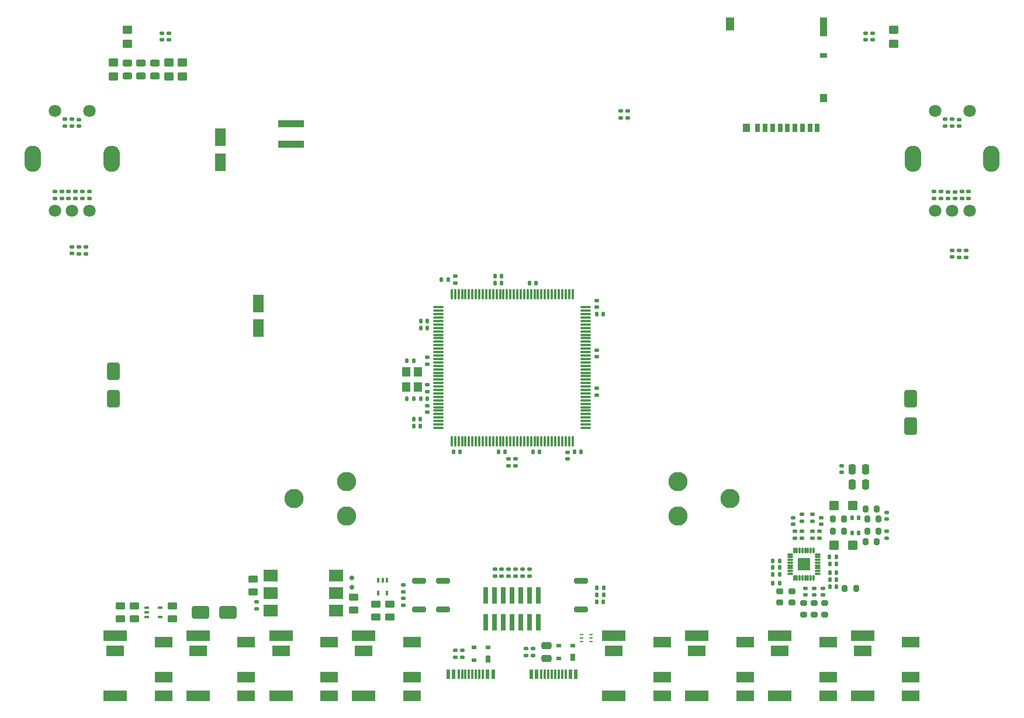
<source format=gbr>
%TF.GenerationSoftware,KiCad,Pcbnew,8.0.5*%
%TF.CreationDate,2024-12-04T14:13:26+01:00*%
%TF.ProjectId,KLST_PANDA,4b4c5354-5f50-4414-9e44-412e6b696361,rev?*%
%TF.SameCoordinates,Original*%
%TF.FileFunction,Paste,Top*%
%TF.FilePolarity,Positive*%
%FSLAX46Y46*%
G04 Gerber Fmt 4.6, Leading zero omitted, Abs format (unit mm)*
G04 Created by KiCad (PCBNEW 8.0.5) date 2024-12-04 14:13:26*
%MOMM*%
%LPD*%
G01*
G04 APERTURE LIST*
G04 Aperture macros list*
%AMRoundRect*
0 Rectangle with rounded corners*
0 $1 Rounding radius*
0 $2 $3 $4 $5 $6 $7 $8 $9 X,Y pos of 4 corners*
0 Add a 4 corners polygon primitive as box body*
4,1,4,$2,$3,$4,$5,$6,$7,$8,$9,$2,$3,0*
0 Add four circle primitives for the rounded corners*
1,1,$1+$1,$2,$3*
1,1,$1+$1,$4,$5*
1,1,$1+$1,$6,$7*
1,1,$1+$1,$8,$9*
0 Add four rect primitives between the rounded corners*
20,1,$1+$1,$2,$3,$4,$5,0*
20,1,$1+$1,$4,$5,$6,$7,0*
20,1,$1+$1,$6,$7,$8,$9,0*
20,1,$1+$1,$8,$9,$2,$3,0*%
G04 Aperture macros list end*
%ADD10C,0.010000*%
%ADD11O,2.400000X3.800000*%
%ADD12C,1.800000*%
%ADD13RoundRect,0.140000X-0.170000X0.140000X-0.170000X-0.140000X0.170000X-0.140000X0.170000X0.140000X0*%
%ADD14RoundRect,0.140000X0.140000X0.170000X-0.140000X0.170000X-0.140000X-0.170000X0.140000X-0.170000X0*%
%ADD15RoundRect,0.250000X-0.250000X-0.475000X0.250000X-0.475000X0.250000X0.475000X-0.250000X0.475000X0*%
%ADD16RoundRect,0.250000X0.550000X-1.050000X0.550000X1.050000X-0.550000X1.050000X-0.550000X-1.050000X0*%
%ADD17R,3.700000X1.100000*%
%ADD18R,2.500000X1.500000*%
%ADD19R,3.400000X1.500000*%
%ADD20RoundRect,0.250000X-1.000000X-0.650000X1.000000X-0.650000X1.000000X0.650000X-1.000000X0.650000X0*%
%ADD21RoundRect,0.135000X0.185000X-0.135000X0.185000X0.135000X-0.185000X0.135000X-0.185000X-0.135000X0*%
%ADD22RoundRect,0.140000X0.170000X-0.140000X0.170000X0.140000X-0.170000X0.140000X-0.170000X-0.140000X0*%
%ADD23RoundRect,0.250000X0.450000X0.425000X-0.450000X0.425000X-0.450000X-0.425000X0.450000X-0.425000X0*%
%ADD24RoundRect,0.140000X-0.140000X-0.170000X0.140000X-0.170000X0.140000X0.170000X-0.140000X0.170000X0*%
%ADD25RoundRect,0.200000X-0.275000X0.200000X-0.275000X-0.200000X0.275000X-0.200000X0.275000X0.200000X0*%
%ADD26RoundRect,0.243750X0.456250X-0.243750X0.456250X0.243750X-0.456250X0.243750X-0.456250X-0.243750X0*%
%ADD27R,0.480000X0.200000*%
%ADD28RoundRect,0.135000X-0.185000X0.135000X-0.185000X-0.135000X0.185000X-0.135000X0.185000X0.135000X0*%
%ADD29RoundRect,0.225000X-0.250000X0.225000X-0.250000X-0.225000X0.250000X-0.225000X0.250000X0.225000X0*%
%ADD30RoundRect,0.250000X0.650000X-1.000000X0.650000X1.000000X-0.650000X1.000000X-0.650000X-1.000000X0*%
%ADD31R,2.000000X1.780000*%
%ADD32RoundRect,0.150000X0.200000X-0.150000X0.200000X0.150000X-0.200000X0.150000X-0.200000X-0.150000X0*%
%ADD33RoundRect,0.250000X-0.450000X0.350000X-0.450000X-0.350000X0.450000X-0.350000X0.450000X0.350000X0*%
%ADD34RoundRect,0.200000X0.800000X-0.200000X0.800000X0.200000X-0.800000X0.200000X-0.800000X-0.200000X0*%
%ADD35RoundRect,0.250000X0.450000X-0.262500X0.450000X0.262500X-0.450000X0.262500X-0.450000X-0.262500X0*%
%ADD36RoundRect,0.006600X-0.358400X-0.103400X0.358400X-0.103400X0.358400X0.103400X-0.358400X0.103400X0*%
%ADD37RoundRect,0.006600X0.103400X-0.358400X0.103400X0.358400X-0.103400X0.358400X-0.103400X-0.358400X0*%
%ADD38R,0.650000X0.400000*%
%ADD39RoundRect,0.200000X-0.200000X-0.275000X0.200000X-0.275000X0.200000X0.275000X-0.200000X0.275000X0*%
%ADD40RoundRect,0.250000X-0.450000X0.262500X-0.450000X-0.262500X0.450000X-0.262500X0.450000X0.262500X0*%
%ADD41RoundRect,0.147500X-0.172500X0.147500X-0.172500X-0.147500X0.172500X-0.147500X0.172500X0.147500X0*%
%ADD42RoundRect,0.075000X-0.662500X-0.075000X0.662500X-0.075000X0.662500X0.075000X-0.662500X0.075000X0*%
%ADD43RoundRect,0.075000X-0.075000X-0.662500X0.075000X-0.662500X0.075000X0.662500X-0.075000X0.662500X0*%
%ADD44RoundRect,0.200000X0.200000X0.275000X-0.200000X0.275000X-0.200000X-0.275000X0.200000X-0.275000X0*%
%ADD45R,0.700000X1.200000*%
%ADD46R,1.000000X0.800000*%
%ADD47R,1.000000X1.200000*%
%ADD48R,1.000000X2.800000*%
%ADD49R,1.300000X1.900000*%
%ADD50R,0.600000X1.450000*%
%ADD51R,0.300000X1.450000*%
%ADD52R,0.400000X0.650000*%
%ADD53RoundRect,0.147500X0.172500X-0.147500X0.172500X0.147500X-0.172500X0.147500X-0.172500X-0.147500X0*%
%ADD54RoundRect,0.250000X-0.650000X1.000000X-0.650000X-1.000000X0.650000X-1.000000X0.650000X1.000000X0*%
%ADD55RoundRect,0.250000X-0.550000X1.050000X-0.550000X-1.050000X0.550000X-1.050000X0.550000X1.050000X0*%
%ADD56RoundRect,0.250000X-0.475000X0.250000X-0.475000X-0.250000X0.475000X-0.250000X0.475000X0.250000X0*%
%ADD57R,0.700000X1.000000*%
%ADD58R,0.700000X0.600000*%
%ADD59RoundRect,0.135000X-0.135000X-0.185000X0.135000X-0.185000X0.135000X0.185000X-0.135000X0.185000X0*%
%ADD60R,0.740000X2.400000*%
%ADD61RoundRect,0.250000X0.450000X-0.350000X0.450000X0.350000X-0.450000X0.350000X-0.450000X-0.350000X0*%
%ADD62R,1.200000X1.400000*%
%ADD63C,2.800000*%
%ADD64RoundRect,0.135000X0.135000X0.185000X-0.135000X0.185000X-0.135000X-0.185000X0.135000X-0.185000X0*%
G04 APERTURE END LIST*
D10*
%TO.C,U13*%
X167350000Y-131850000D02*
X165650000Y-131850000D01*
X165650000Y-130150000D01*
X167350000Y-130150000D01*
X167350000Y-131850000D01*
G36*
X167350000Y-131850000D02*
G01*
X165650000Y-131850000D01*
X165650000Y-130150000D01*
X167350000Y-130150000D01*
X167350000Y-131850000D01*
G37*
%TD*%
D11*
%TO.C,SW4*%
X193700000Y-72250000D03*
X182300000Y-72250000D03*
D12*
X190500000Y-79750000D03*
X185500000Y-79750000D03*
X188000000Y-79750000D03*
X190500000Y-65250000D03*
X185500000Y-65250000D03*
%TD*%
D11*
%TO.C,SW5*%
X66200000Y-72250000D03*
X54800000Y-72250000D03*
D12*
X63000000Y-79750000D03*
X58000000Y-79750000D03*
X60500000Y-79750000D03*
X63000000Y-65250000D03*
X58000000Y-65250000D03*
%TD*%
D13*
%TO.C,C80*%
X166750000Y-134520000D03*
X166750000Y-135480000D03*
%TD*%
D14*
%TO.C,C86*%
X162980000Y-132500000D03*
X162020000Y-132500000D03*
%TD*%
D15*
%TO.C,C71*%
X173550000Y-117250000D03*
X175450000Y-117250000D03*
%TD*%
D16*
%TO.C,C37*%
X82000000Y-72699949D03*
X82000000Y-69099949D03*
%TD*%
D13*
%TO.C,C28*%
X136500000Y-100000000D03*
X136500000Y-100960000D03*
%TD*%
D17*
%TO.C,L3*%
X92250000Y-67099949D03*
X92250000Y-70099949D03*
%TD*%
D14*
%TO.C,C13*%
X109980000Y-107000000D03*
X109020000Y-107000000D03*
%TD*%
D18*
%TO.C,J16*%
X146000000Y-147400000D03*
X146000000Y-142300000D03*
D19*
X139000000Y-150100000D03*
D18*
X146000000Y-150100000D03*
X139000000Y-143600000D03*
D19*
X139000000Y-141400000D03*
%TD*%
D20*
%TO.C,D14*%
X79072959Y-138000000D03*
X83072959Y-138000000D03*
%TD*%
D21*
%TO.C,R5*%
X141000000Y-66260000D03*
X141000000Y-65240000D03*
%TD*%
D22*
%TO.C,C53*%
X60500000Y-85960000D03*
X60500000Y-85000000D03*
%TD*%
D13*
%TO.C,C62*%
X167750000Y-126270000D03*
X167750000Y-127230000D03*
%TD*%
D22*
%TO.C,C41*%
X60000000Y-77960000D03*
X60000000Y-77000000D03*
%TD*%
D23*
%TO.C,C66*%
X173600000Y-128250000D03*
X170900000Y-128250000D03*
%TD*%
D21*
%TO.C,R4*%
X124750000Y-116760000D03*
X124750000Y-115740000D03*
%TD*%
D14*
%TO.C,C17*%
X112000000Y-95750000D03*
X111040000Y-95750000D03*
%TD*%
D24*
%TO.C,C26*%
X121770000Y-89250000D03*
X122730000Y-89250000D03*
%TD*%
D25*
%TO.C,R83*%
X166500000Y-136675000D03*
X166500000Y-138325000D03*
%TD*%
D24*
%TO.C,C18*%
X133270000Y-114750000D03*
X134230000Y-114750000D03*
%TD*%
D14*
%TO.C,C12*%
X110980000Y-111000000D03*
X110020000Y-111000000D03*
%TD*%
%TO.C,C25*%
X112000000Y-107000000D03*
X111040000Y-107000000D03*
%TD*%
D26*
%TO.C,D5*%
X70500000Y-60187500D03*
X70500000Y-58312500D03*
%TD*%
D13*
%TO.C,C81*%
X74500000Y-54020000D03*
X74500000Y-54980000D03*
%TD*%
D27*
%TO.C,U7*%
X134350000Y-141250000D03*
X134350000Y-141750000D03*
X134350000Y-142250000D03*
X135650000Y-142250000D03*
X135650000Y-141750000D03*
X135650000Y-141250000D03*
%TD*%
D28*
%TO.C,R29*%
X189400000Y-76980000D03*
X189400000Y-78000000D03*
%TD*%
D29*
%TO.C,C67*%
X164750000Y-134975000D03*
X164750000Y-136525000D03*
%TD*%
D24*
%TO.C,C70*%
X162020000Y-133750000D03*
X162980000Y-133750000D03*
%TD*%
D30*
%TO.C,D10*%
X66500000Y-107000000D03*
X66500000Y-103000000D03*
%TD*%
D31*
%TO.C,U5*%
X98765000Y-137790000D03*
X98765000Y-135250000D03*
X98765000Y-132710000D03*
X89235000Y-132710000D03*
X89235000Y-135250000D03*
X89235000Y-137790000D03*
%TD*%
D21*
%TO.C,R11*%
X108500000Y-137010000D03*
X108500000Y-135990000D03*
%TD*%
D14*
%TO.C,C10*%
X110980000Y-110000000D03*
X110020000Y-110000000D03*
%TD*%
D18*
%TO.C,J11*%
X85750000Y-147400000D03*
X85750000Y-142300000D03*
D19*
X78750000Y-150100000D03*
D18*
X85750000Y-150100000D03*
X78750000Y-143600000D03*
D19*
X78750000Y-141400000D03*
%TD*%
D32*
%TO.C,D11*%
X101000000Y-132975000D03*
X101000000Y-134375000D03*
%TD*%
D29*
%TO.C,C68*%
X163000000Y-134975000D03*
X163000000Y-136525000D03*
%TD*%
D33*
%TO.C,R8*%
X66500000Y-58250000D03*
X66500000Y-60250000D03*
%TD*%
D34*
%TO.C,SW1*%
X110750000Y-137600000D03*
X110750000Y-133400000D03*
%TD*%
D28*
%TO.C,R43*%
X127250000Y-143240000D03*
X127250000Y-144260000D03*
%TD*%
D13*
%TO.C,C60*%
X178500000Y-126270000D03*
X178500000Y-127230000D03*
%TD*%
D35*
%TO.C,R48*%
X69550000Y-138912500D03*
X69550000Y-137087500D03*
%TD*%
D36*
%TO.C,U13*%
X164510000Y-129600000D03*
X164510000Y-130000000D03*
X164510000Y-130400000D03*
X164510000Y-130800000D03*
X164510000Y-131200000D03*
X164510000Y-131600000D03*
X164510000Y-132000000D03*
X164510000Y-132400000D03*
D37*
X165100000Y-132990000D03*
X165500000Y-132990000D03*
X165900000Y-132990000D03*
X166300000Y-132990000D03*
X166700000Y-132990000D03*
X167100000Y-132990000D03*
X167500000Y-132990000D03*
X167900000Y-132990000D03*
D36*
X168490000Y-132400000D03*
X168490000Y-132000000D03*
X168490000Y-131600000D03*
X168490000Y-131200000D03*
X168490000Y-130800000D03*
X168490000Y-130400000D03*
X168490000Y-130000000D03*
X168490000Y-129600000D03*
D37*
X167900000Y-129010000D03*
X167500000Y-129010000D03*
X167100000Y-129010000D03*
X166700000Y-129010000D03*
X166300000Y-129010000D03*
X165900000Y-129010000D03*
X165500000Y-129010000D03*
X165100000Y-129010000D03*
%TD*%
D14*
%TO.C,C64*%
X174480000Y-124250000D03*
X173520000Y-124250000D03*
%TD*%
D22*
%TO.C,C52*%
X188000000Y-86480000D03*
X188000000Y-85520000D03*
%TD*%
D38*
%TO.C,U9*%
X71350000Y-137350000D03*
X71350000Y-138000000D03*
X71350000Y-138650000D03*
X73250000Y-138650000D03*
X73250000Y-137350000D03*
%TD*%
D21*
%TO.C,R6*%
X140000000Y-66260000D03*
X140000000Y-65240000D03*
%TD*%
D24*
%TO.C,C27*%
X136520000Y-94750000D03*
X137480000Y-94750000D03*
%TD*%
D14*
%TO.C,C14*%
X123230000Y-114750000D03*
X122270000Y-114750000D03*
%TD*%
D13*
%TO.C,C50*%
X175500000Y-54020000D03*
X175500000Y-54980000D03*
%TD*%
D28*
%TO.C,R52*%
X62500000Y-84990000D03*
X62500000Y-86010000D03*
%TD*%
D39*
%TO.C,R80*%
X172425000Y-134500000D03*
X174075000Y-134500000D03*
%TD*%
D21*
%TO.C,R3*%
X123750000Y-116760000D03*
X123750000Y-115740000D03*
%TD*%
%TO.C,R58*%
X126750000Y-132760000D03*
X126750000Y-131740000D03*
%TD*%
D40*
%TO.C,R49*%
X75050000Y-137087500D03*
X75050000Y-138912500D03*
%TD*%
D28*
%TO.C,R35*%
X62000000Y-76970000D03*
X62000000Y-77990000D03*
%TD*%
D41*
%TO.C,FB3*%
X168750000Y-126265000D03*
X168750000Y-127235000D03*
%TD*%
D21*
%TO.C,R55*%
X122750000Y-132760000D03*
X122750000Y-131740000D03*
%TD*%
D28*
%TO.C,R76*%
X167750000Y-123740000D03*
X167750000Y-124760000D03*
%TD*%
D18*
%TO.C,J19*%
X182000000Y-147400000D03*
X182000000Y-142300000D03*
D19*
X175000000Y-150100000D03*
D18*
X182000000Y-150100000D03*
X175000000Y-143600000D03*
D19*
X175000000Y-141400000D03*
%TD*%
D24*
%TO.C,C87*%
X170270000Y-133250000D03*
X171230000Y-133250000D03*
%TD*%
D42*
%TO.C,U2*%
X113587500Y-93750000D03*
X113587500Y-94250000D03*
X113587500Y-94750000D03*
X113587500Y-95250000D03*
X113587500Y-95750000D03*
X113587500Y-96250000D03*
X113587500Y-96750000D03*
X113587500Y-97250000D03*
X113587500Y-97750000D03*
X113587500Y-98250000D03*
X113587500Y-98750000D03*
X113587500Y-99250000D03*
X113587500Y-99750000D03*
X113587500Y-100250000D03*
X113587500Y-100750000D03*
X113587500Y-101250000D03*
X113587500Y-101750000D03*
X113587500Y-102250000D03*
X113587500Y-102750000D03*
X113587500Y-103250000D03*
X113587500Y-103750000D03*
X113587500Y-104250000D03*
X113587500Y-104750000D03*
X113587500Y-105250000D03*
X113587500Y-105750000D03*
X113587500Y-106250000D03*
X113587500Y-106750000D03*
X113587500Y-107250000D03*
X113587500Y-107750000D03*
X113587500Y-108250000D03*
X113587500Y-108750000D03*
X113587500Y-109250000D03*
X113587500Y-109750000D03*
X113587500Y-110250000D03*
X113587500Y-110750000D03*
X113587500Y-111250000D03*
D43*
X115500000Y-113162500D03*
X116000000Y-113162500D03*
X116500000Y-113162500D03*
X117000000Y-113162500D03*
X117500000Y-113162500D03*
X118000000Y-113162500D03*
X118500000Y-113162500D03*
X119000000Y-113162500D03*
X119500000Y-113162500D03*
X120000000Y-113162500D03*
X120500000Y-113162500D03*
X121000000Y-113162500D03*
X121500000Y-113162500D03*
X122000000Y-113162500D03*
X122500000Y-113162500D03*
X123000000Y-113162500D03*
X123500000Y-113162500D03*
X124000000Y-113162500D03*
X124500000Y-113162500D03*
X125000000Y-113162500D03*
X125500000Y-113162500D03*
X126000000Y-113162500D03*
X126500000Y-113162500D03*
X127000000Y-113162500D03*
X127500000Y-113162500D03*
X128000000Y-113162500D03*
X128500000Y-113162500D03*
X129000000Y-113162500D03*
X129500000Y-113162500D03*
X130000000Y-113162500D03*
X130500000Y-113162500D03*
X131000000Y-113162500D03*
X131500000Y-113162500D03*
X132000000Y-113162500D03*
X132500000Y-113162500D03*
X133000000Y-113162500D03*
D42*
X134912500Y-111250000D03*
X134912500Y-110750000D03*
X134912500Y-110250000D03*
X134912500Y-109750000D03*
X134912500Y-109250000D03*
X134912500Y-108750000D03*
X134912500Y-108250000D03*
X134912500Y-107750000D03*
X134912500Y-107250000D03*
X134912500Y-106750000D03*
X134912500Y-106250000D03*
X134912500Y-105750000D03*
X134912500Y-105250000D03*
X134912500Y-104750000D03*
X134912500Y-104250000D03*
X134912500Y-103750000D03*
X134912500Y-103250000D03*
X134912500Y-102750000D03*
X134912500Y-102250000D03*
X134912500Y-101750000D03*
X134912500Y-101250000D03*
X134912500Y-100750000D03*
X134912500Y-100250000D03*
X134912500Y-99750000D03*
X134912500Y-99250000D03*
X134912500Y-98750000D03*
X134912500Y-98250000D03*
X134912500Y-97750000D03*
X134912500Y-97250000D03*
X134912500Y-96750000D03*
X134912500Y-96250000D03*
X134912500Y-95750000D03*
X134912500Y-95250000D03*
X134912500Y-94750000D03*
X134912500Y-94250000D03*
X134912500Y-93750000D03*
D43*
X133000000Y-91837500D03*
X132500000Y-91837500D03*
X132000000Y-91837500D03*
X131500000Y-91837500D03*
X131000000Y-91837500D03*
X130500000Y-91837500D03*
X130000000Y-91837500D03*
X129500000Y-91837500D03*
X129000000Y-91837500D03*
X128500000Y-91837500D03*
X128000000Y-91837500D03*
X127500000Y-91837500D03*
X127000000Y-91837500D03*
X126500000Y-91837500D03*
X126000000Y-91837500D03*
X125500000Y-91837500D03*
X125000000Y-91837500D03*
X124500000Y-91837500D03*
X124000000Y-91837500D03*
X123500000Y-91837500D03*
X123000000Y-91837500D03*
X122500000Y-91837500D03*
X122000000Y-91837500D03*
X121500000Y-91837500D03*
X121000000Y-91837500D03*
X120500000Y-91837500D03*
X120000000Y-91837500D03*
X119500000Y-91837500D03*
X119000000Y-91837500D03*
X118500000Y-91837500D03*
X118000000Y-91837500D03*
X117500000Y-91837500D03*
X117000000Y-91837500D03*
X116500000Y-91837500D03*
X116000000Y-91837500D03*
X115500000Y-91837500D03*
%TD*%
D18*
%TO.C,J8*%
X109750000Y-147400000D03*
X109750000Y-142300000D03*
D19*
X102750000Y-150100000D03*
D18*
X109750000Y-150100000D03*
X102750000Y-143600000D03*
D19*
X102750000Y-141400000D03*
%TD*%
D22*
%TO.C,C43*%
X61000000Y-77960000D03*
X61000000Y-77000000D03*
%TD*%
D24*
%TO.C,C77*%
X170270000Y-134250000D03*
X171230000Y-134250000D03*
%TD*%
D34*
%TO.C,SW2*%
X114250000Y-137600000D03*
X114250000Y-133400000D03*
%TD*%
D33*
%TO.C,R20*%
X76500000Y-58250000D03*
X76500000Y-60250000D03*
%TD*%
D22*
%TO.C,C42*%
X61500000Y-67480000D03*
X61500000Y-66520000D03*
%TD*%
D44*
%TO.C,R73*%
X177075000Y-127750000D03*
X175425000Y-127750000D03*
%TD*%
D24*
%TO.C,C72*%
X170270000Y-131000000D03*
X171230000Y-131000000D03*
%TD*%
D21*
%TO.C,R59*%
X125750000Y-132750000D03*
X125750000Y-131730000D03*
%TD*%
D45*
%TO.C,J1*%
X159755000Y-67725000D03*
X160855000Y-67725000D03*
X161955000Y-67725000D03*
X163055000Y-67725000D03*
X164155000Y-67725000D03*
X165255000Y-67725000D03*
X166355000Y-67725000D03*
X167455000Y-67725000D03*
X168405000Y-67725000D03*
D46*
X169355000Y-57225000D03*
D47*
X169355000Y-63425000D03*
D48*
X169355000Y-53075000D03*
D47*
X158205000Y-67725000D03*
D49*
X155855000Y-52625000D03*
%TD*%
D39*
%TO.C,R77*%
X175675000Y-126250000D03*
X177325000Y-126250000D03*
%TD*%
D50*
%TO.C,J9*%
X127000000Y-146955000D03*
X127800000Y-146955000D03*
D51*
X129000000Y-146955000D03*
X130000000Y-146955000D03*
X130500000Y-146955000D03*
X131500000Y-146955000D03*
D50*
X132700000Y-146955000D03*
X133500000Y-146955000D03*
X133500000Y-146955000D03*
X132700000Y-146955000D03*
D51*
X132000000Y-146955000D03*
X131000000Y-146955000D03*
X129500000Y-146955000D03*
X128500000Y-146955000D03*
D50*
X127800000Y-146955000D03*
X127000000Y-146955000D03*
%TD*%
D52*
%TO.C,U6*%
X106150000Y-133338438D03*
X105500000Y-133338438D03*
X104850000Y-133338438D03*
X104850000Y-135238438D03*
X106150000Y-135238438D03*
%TD*%
D25*
%TO.C,R82*%
X168000000Y-136675000D03*
X168000000Y-138325000D03*
%TD*%
D39*
%TO.C,R74*%
X175675000Y-124500000D03*
X177325000Y-124500000D03*
%TD*%
D44*
%TO.C,R79*%
X172325000Y-126250000D03*
X170675000Y-126250000D03*
%TD*%
D28*
%TO.C,R10*%
X116000000Y-89240000D03*
X116000000Y-90260000D03*
%TD*%
D14*
%TO.C,C15*%
X128230000Y-114750000D03*
X127270000Y-114750000D03*
%TD*%
D28*
%TO.C,R36*%
X63000000Y-76960000D03*
X63000000Y-77980000D03*
%TD*%
D18*
%TO.C,J7*%
X97750000Y-147400000D03*
X97750000Y-142300000D03*
D19*
X90750000Y-150100000D03*
D18*
X97750000Y-150100000D03*
X90750000Y-143600000D03*
D19*
X90750000Y-141400000D03*
%TD*%
D14*
%TO.C,C65*%
X174480000Y-126500000D03*
X173520000Y-126500000D03*
%TD*%
D21*
%TO.C,R57*%
X123750000Y-132760000D03*
X123750000Y-131740000D03*
%TD*%
%TO.C,R25*%
X185400000Y-78010000D03*
X185400000Y-76990000D03*
%TD*%
D22*
%TO.C,C38*%
X187400000Y-78000000D03*
X187400000Y-77040000D03*
%TD*%
D21*
%TO.C,R53*%
X61500000Y-86010000D03*
X61500000Y-84990000D03*
%TD*%
D50*
%TO.C,J10*%
X115000000Y-146955000D03*
X115800000Y-146955000D03*
D51*
X117000000Y-146955000D03*
X118000000Y-146955000D03*
X118500000Y-146955000D03*
X119500000Y-146955000D03*
D50*
X120700000Y-146955000D03*
X121500000Y-146955000D03*
X121500000Y-146955000D03*
X120700000Y-146955000D03*
D51*
X120000000Y-146955000D03*
X119000000Y-146955000D03*
X117500000Y-146955000D03*
X116500000Y-146955000D03*
D50*
X115800000Y-146955000D03*
X115000000Y-146955000D03*
%TD*%
D14*
%TO.C,C84*%
X162980000Y-131500000D03*
X162020000Y-131500000D03*
%TD*%
D28*
%TO.C,R75*%
X166250000Y-123740000D03*
X166250000Y-124760000D03*
%TD*%
%TO.C,R32*%
X59000000Y-76960000D03*
X59000000Y-77980000D03*
%TD*%
D21*
%TO.C,R51*%
X189000000Y-86510000D03*
X189000000Y-85490000D03*
%TD*%
D40*
%TO.C,R40*%
X106500000Y-136825938D03*
X106500000Y-138650938D03*
%TD*%
D28*
%TO.C,R33*%
X59500000Y-66490000D03*
X59500000Y-67510000D03*
%TD*%
D53*
%TO.C,L4*%
X172000000Y-117720000D03*
X172000000Y-116750000D03*
%TD*%
D33*
%TO.C,R21*%
X74500000Y-58250000D03*
X74500000Y-60250000D03*
%TD*%
D13*
%TO.C,C19*%
X136500000Y-105520000D03*
X136500000Y-106480000D03*
%TD*%
%TO.C,C78*%
X169250000Y-134520000D03*
X169250000Y-135480000D03*
%TD*%
D54*
%TO.C,D9*%
X182000000Y-107000000D03*
X182000000Y-111000000D03*
%TD*%
D55*
%TO.C,C49*%
X87500000Y-93200000D03*
X87500000Y-96800000D03*
%TD*%
D35*
%TO.C,R41*%
X104500000Y-138650938D03*
X104500000Y-136825938D03*
%TD*%
D13*
%TO.C,C82*%
X73500000Y-54020000D03*
X73500000Y-54980000D03*
%TD*%
D56*
%TO.C,C46*%
X129250000Y-142800000D03*
X129250000Y-144700000D03*
%TD*%
D21*
%TO.C,R9*%
X108500000Y-135010000D03*
X108500000Y-133990000D03*
%TD*%
D57*
%TO.C,D13*%
X120750000Y-144750000D03*
D58*
X120750000Y-143050000D03*
X118750000Y-143050000D03*
X118750000Y-144950000D03*
%TD*%
D34*
%TO.C,SW6*%
X134250000Y-137600000D03*
X134250000Y-133400000D03*
%TD*%
D44*
%TO.C,R78*%
X172325000Y-124500000D03*
X170675000Y-124500000D03*
%TD*%
D14*
%TO.C,C83*%
X162980000Y-130520000D03*
X162020000Y-130520000D03*
%TD*%
D24*
%TO.C,C85*%
X170250000Y-130000000D03*
X171210000Y-130000000D03*
%TD*%
D59*
%TO.C,R38*%
X136490000Y-135475000D03*
X137510000Y-135475000D03*
%TD*%
D44*
%TO.C,R72*%
X177075000Y-123000000D03*
X175425000Y-123000000D03*
%TD*%
D22*
%TO.C,C40*%
X188400000Y-77980000D03*
X188400000Y-77020000D03*
%TD*%
D57*
%TO.C,D12*%
X133000000Y-144500000D03*
D58*
X133000000Y-142800000D03*
X131000000Y-142800000D03*
X131000000Y-144700000D03*
%TD*%
D41*
%TO.C,FB2*%
X165250000Y-126265000D03*
X165250000Y-127235000D03*
%TD*%
D26*
%TO.C,D3*%
X68500000Y-60187500D03*
X68500000Y-58312500D03*
%TD*%
D21*
%TO.C,R34*%
X60500000Y-67510000D03*
X60500000Y-66490000D03*
%TD*%
D26*
%TO.C,D6*%
X72500000Y-60187500D03*
X72500000Y-58312500D03*
%TD*%
D40*
%TO.C,R39*%
X101250000Y-135837500D03*
X101250000Y-137662500D03*
%TD*%
D60*
%TO.C,J14*%
X120440000Y-139450000D03*
X120440000Y-135550000D03*
X121710000Y-139450000D03*
X121710000Y-135550000D03*
X122980000Y-139450000D03*
X122980000Y-135550000D03*
X124250000Y-139450000D03*
X124250000Y-135550000D03*
X125520000Y-139450000D03*
X125520000Y-135550000D03*
X126790000Y-139450000D03*
X126790000Y-135550000D03*
X128060000Y-139450000D03*
X128060000Y-135550000D03*
%TD*%
D28*
%TO.C,R27*%
X187000000Y-66490000D03*
X187000000Y-67510000D03*
%TD*%
D14*
%TO.C,C16*%
X112000000Y-96750000D03*
X111040000Y-96750000D03*
%TD*%
D18*
%TO.C,J17*%
X170000000Y-147400000D03*
X170000000Y-142300000D03*
D19*
X163000000Y-150100000D03*
D18*
X170000000Y-150100000D03*
X163000000Y-143600000D03*
D19*
X163000000Y-141400000D03*
%TD*%
D13*
%TO.C,C20*%
X136500000Y-92770000D03*
X136500000Y-93730000D03*
%TD*%
D18*
%TO.C,J18*%
X158000000Y-147400000D03*
X158000000Y-142300000D03*
D19*
X151000000Y-150100000D03*
D18*
X158000000Y-150100000D03*
X151000000Y-143600000D03*
D19*
X151000000Y-141400000D03*
%TD*%
D13*
%TO.C,C58*%
X165000000Y-124270000D03*
X165000000Y-125230000D03*
%TD*%
D61*
%TO.C,R1*%
X179500000Y-55500000D03*
X179500000Y-53500000D03*
%TD*%
D15*
%TO.C,C69*%
X173550000Y-119500000D03*
X175450000Y-119500000D03*
%TD*%
D22*
%TO.C,C6*%
X112000000Y-101980000D03*
X112000000Y-101020000D03*
%TD*%
D13*
%TO.C,C51*%
X176500000Y-54020000D03*
X176500000Y-54980000D03*
%TD*%
D21*
%TO.C,R56*%
X121750000Y-132760000D03*
X121750000Y-131740000D03*
%TD*%
D33*
%TO.C,R2*%
X68500000Y-53500000D03*
X68500000Y-55500000D03*
%TD*%
D28*
%TO.C,R7*%
X112000000Y-105000000D03*
X112000000Y-106020000D03*
%TD*%
D22*
%TO.C,C45*%
X87250000Y-137480000D03*
X87250000Y-136520000D03*
%TD*%
D24*
%TO.C,C74*%
X170270000Y-132250000D03*
X171230000Y-132250000D03*
%TD*%
D22*
%TO.C,C57*%
X178500000Y-124480000D03*
X178500000Y-123520000D03*
%TD*%
D24*
%TO.C,C21*%
X126770000Y-90250000D03*
X127730000Y-90250000D03*
%TD*%
D14*
%TO.C,C11*%
X116730000Y-114750000D03*
X115770000Y-114750000D03*
%TD*%
D62*
%TO.C,Y1*%
X108900000Y-103150000D03*
X108900000Y-105350000D03*
X110600000Y-105350000D03*
X110600000Y-103150000D03*
%TD*%
D24*
%TO.C,C44*%
X136520000Y-136475000D03*
X137480000Y-136475000D03*
%TD*%
D21*
%TO.C,R31*%
X58000000Y-77990000D03*
X58000000Y-76970000D03*
%TD*%
D28*
%TO.C,R26*%
X186400000Y-76990000D03*
X186400000Y-78010000D03*
%TD*%
D14*
%TO.C,C23*%
X114980000Y-89750000D03*
X114020000Y-89750000D03*
%TD*%
D21*
%TO.C,R45*%
X116000000Y-144510000D03*
X116000000Y-143490000D03*
%TD*%
D25*
%TO.C,R81*%
X169500000Y-136675000D03*
X169500000Y-138325000D03*
%TD*%
D18*
%TO.C,J12*%
X73750000Y-147400000D03*
X73750000Y-142300000D03*
D19*
X66750000Y-150100000D03*
D18*
X73750000Y-150100000D03*
X66750000Y-143600000D03*
D19*
X66750000Y-141400000D03*
%TD*%
D21*
%TO.C,R46*%
X117000000Y-144510000D03*
X117000000Y-143490000D03*
%TD*%
%TO.C,R28*%
X188000000Y-67510000D03*
X188000000Y-66490000D03*
%TD*%
D13*
%TO.C,C79*%
X168000000Y-134520000D03*
X168000000Y-135480000D03*
%TD*%
%TO.C,C8*%
X112000000Y-108020000D03*
X112000000Y-108980000D03*
%TD*%
D63*
%TO.C,J4*%
X155850000Y-121500000D03*
X148251000Y-124000000D03*
X148250000Y-119000000D03*
%TD*%
D28*
%TO.C,R44*%
X126250000Y-143240000D03*
X126250000Y-144260000D03*
%TD*%
D64*
%TO.C,R37*%
X137510000Y-134475000D03*
X136490000Y-134475000D03*
%TD*%
D28*
%TO.C,R50*%
X190000000Y-85490000D03*
X190000000Y-86510000D03*
%TD*%
D35*
%TO.C,R47*%
X67550000Y-138912500D03*
X67550000Y-137087500D03*
%TD*%
D14*
%TO.C,C9*%
X109980000Y-101500000D03*
X109020000Y-101500000D03*
%TD*%
D24*
%TO.C,C22*%
X121770000Y-90250000D03*
X122730000Y-90250000D03*
%TD*%
D13*
%TO.C,C61*%
X166250000Y-126270000D03*
X166250000Y-127230000D03*
%TD*%
D22*
%TO.C,C39*%
X189000000Y-67500000D03*
X189000000Y-66540000D03*
%TD*%
%TO.C,C59*%
X169000000Y-125230000D03*
X169000000Y-124270000D03*
%TD*%
D63*
%TO.C,J3*%
X92650000Y-121500000D03*
X100249000Y-119000000D03*
X100250000Y-124000000D03*
%TD*%
D23*
%TO.C,C63*%
X173600000Y-122500000D03*
X170900000Y-122500000D03*
%TD*%
D13*
%TO.C,C24*%
X132250000Y-114770000D03*
X132250000Y-115730000D03*
%TD*%
D35*
%TO.C,R42*%
X86750000Y-135031660D03*
X86750000Y-133206660D03*
%TD*%
D28*
%TO.C,R30*%
X190400000Y-76990000D03*
X190400000Y-78010000D03*
%TD*%
D21*
%TO.C,R54*%
X124750000Y-132760000D03*
X124750000Y-131740000D03*
%TD*%
M02*

</source>
